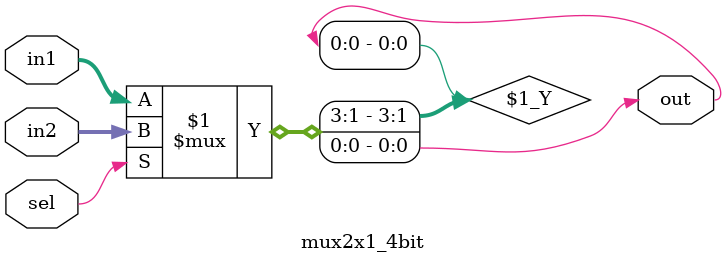
<source format=v>

module mux2x1_4bit(
    input [3:0] in1,
    input [3:0] in2,
    input sel,
    output out
    );
    assign out = sel ? in2 : in1;
endmodule
</source>
